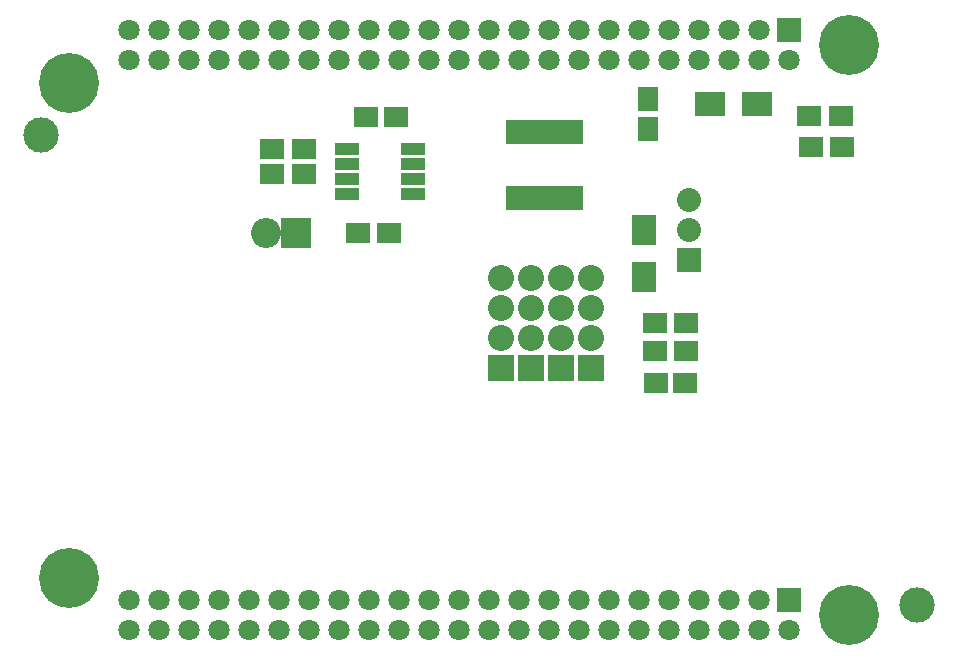
<source format=gbr>
G04 #@! TF.FileFunction,Soldermask,Top*
%FSLAX46Y46*%
G04 Gerber Fmt 4.6, Leading zero omitted, Abs format (unit mm)*
G04 Created by KiCad (PCBNEW (after 2015-mar-04 BZR unknown)-product) date 6/8/2017 9:50:04 AM*
%MOMM*%
G01*
G04 APERTURE LIST*
%ADD10C,0.150000*%
%ADD11R,2.032000X2.032000*%
%ADD12C,2.032000*%
%ADD13C,3.000000*%
%ADD14R,2.159000X1.107440*%
%ADD15C,5.080000*%
%ADD16R,2.159000X2.159000*%
%ADD17C,1.808480*%
%ADD18R,2.540000X2.540000*%
%ADD19O,2.540000X2.540000*%
%ADD20R,2.008000X1.808000*%
%ADD21R,1.758000X2.008000*%
%ADD22R,2.008000X1.758000*%
%ADD23R,2.108000X2.508000*%
%ADD24R,2.508000X2.108000*%
%ADD25R,2.208000X2.208000*%
%ADD26O,2.208000X2.208000*%
%ADD27R,0.758000X2.058000*%
G04 APERTURE END LIST*
D10*
D11*
X58166000Y-21336000D03*
D12*
X58166000Y-18796000D03*
X58166000Y-16256000D03*
D13*
X77470000Y-50546000D03*
X3302000Y-10795000D03*
D14*
X29210000Y-15748000D03*
X34798000Y-15748000D03*
X29210000Y-14478000D03*
X29210000Y-13208000D03*
X29210000Y-11938000D03*
X34798000Y-14478000D03*
X34798000Y-13208000D03*
X34798000Y-11938000D03*
D15*
X5715000Y-6350000D03*
X71755000Y-3175000D03*
X71755000Y-51435000D03*
X5715000Y-48260000D03*
D16*
X66675000Y-1905000D03*
D17*
X66675000Y-4445000D03*
X64135000Y-1905000D03*
X64135000Y-4445000D03*
X61595000Y-1905000D03*
X61595000Y-4445000D03*
X59055000Y-1905000D03*
X59055000Y-4445000D03*
X56515000Y-1905000D03*
X56515000Y-4445000D03*
X53975000Y-1905000D03*
X53975000Y-4445000D03*
X51435000Y-1905000D03*
X51435000Y-4445000D03*
X48895000Y-1905000D03*
X48895000Y-4445000D03*
X46355000Y-1905000D03*
X46355000Y-4445000D03*
X43815000Y-1905000D03*
X43815000Y-4445000D03*
X41275000Y-1905000D03*
X41275000Y-4445000D03*
X38735000Y-1905000D03*
X38735000Y-4445000D03*
X36195000Y-1905000D03*
X36195000Y-4445000D03*
X33655000Y-1905000D03*
X33655000Y-4445000D03*
X31115000Y-1905000D03*
X31115000Y-4445000D03*
X28575000Y-1905000D03*
X28575000Y-4445000D03*
X26035000Y-1905000D03*
X26035000Y-4445000D03*
X23495000Y-1905000D03*
X23495000Y-4445000D03*
X20955000Y-1905000D03*
X20955000Y-4445000D03*
X18415000Y-1905000D03*
X18415000Y-4445000D03*
X15875000Y-1905000D03*
X15875000Y-4445000D03*
X13335000Y-1905000D03*
X13335000Y-4445000D03*
X10795000Y-1905000D03*
X10795000Y-4445000D03*
D16*
X66675000Y-50165000D03*
D17*
X66675000Y-52705000D03*
X64135000Y-50165000D03*
X64135000Y-52705000D03*
X61595000Y-50165000D03*
X61595000Y-52705000D03*
X59055000Y-50165000D03*
X59055000Y-52705000D03*
X56515000Y-50165000D03*
X56515000Y-52705000D03*
X53975000Y-50165000D03*
X53975000Y-52705000D03*
X51435000Y-50165000D03*
X51435000Y-52705000D03*
X48895000Y-50165000D03*
X48895000Y-52705000D03*
X46355000Y-50165000D03*
X46355000Y-52705000D03*
X43815000Y-50165000D03*
X43815000Y-52705000D03*
X41275000Y-50165000D03*
X41275000Y-52705000D03*
X38735000Y-50165000D03*
X38735000Y-52705000D03*
X36195000Y-50165000D03*
X36195000Y-52705000D03*
X33655000Y-50165000D03*
X33655000Y-52705000D03*
X31115000Y-50165000D03*
X31115000Y-52705000D03*
X28575000Y-50165000D03*
X28575000Y-52705000D03*
X26035000Y-50165000D03*
X26035000Y-52705000D03*
X23495000Y-50165000D03*
X23495000Y-52705000D03*
X20955000Y-50165000D03*
X20955000Y-52705000D03*
X18415000Y-50165000D03*
X18415000Y-52705000D03*
X15875000Y-50165000D03*
X15875000Y-52705000D03*
X13335000Y-50165000D03*
X13335000Y-52705000D03*
X10795000Y-50165000D03*
X10795000Y-52705000D03*
D18*
X24892000Y-19050000D03*
D19*
X22352000Y-19050000D03*
D20*
X68373000Y-9144000D03*
X71073000Y-9144000D03*
X57992000Y-26670000D03*
X55292000Y-26670000D03*
X32846000Y-19050000D03*
X30146000Y-19050000D03*
X22907000Y-14097000D03*
X25607000Y-14097000D03*
X22907000Y-11938000D03*
X25607000Y-11938000D03*
D21*
X54737000Y-10267000D03*
X54737000Y-7767000D03*
D22*
X30881000Y-9271000D03*
X33381000Y-9271000D03*
D20*
X71200000Y-11811000D03*
X68500000Y-11811000D03*
X55292000Y-29083000D03*
X57992000Y-29083000D03*
D23*
X54356000Y-22828000D03*
X54356000Y-18828000D03*
D24*
X59976000Y-8128000D03*
X63976000Y-8128000D03*
D22*
X55392000Y-31750000D03*
X57892000Y-31750000D03*
D25*
X49911000Y-30480000D03*
D26*
X49911000Y-27940000D03*
X49911000Y-25400000D03*
X49911000Y-22860000D03*
D25*
X47371000Y-30480000D03*
D26*
X47371000Y-27940000D03*
X47371000Y-25400000D03*
X47371000Y-22860000D03*
D25*
X44831000Y-30480000D03*
D26*
X44831000Y-27940000D03*
X44831000Y-25400000D03*
X44831000Y-22860000D03*
D25*
X42291000Y-30480000D03*
D26*
X42291000Y-27940000D03*
X42291000Y-25400000D03*
X42291000Y-22860000D03*
D27*
X43024000Y-16135000D03*
X43699000Y-16135000D03*
X44349000Y-16135000D03*
X44999000Y-16135000D03*
X45649000Y-16135000D03*
X46299000Y-16135000D03*
X46949000Y-16135000D03*
X47599000Y-16135000D03*
X48249000Y-16135000D03*
X48899000Y-16135000D03*
X48899000Y-10535000D03*
X48249000Y-10535000D03*
X47599000Y-10535000D03*
X46949000Y-10535000D03*
X46299000Y-10535000D03*
X45649000Y-10535000D03*
X44999000Y-10535000D03*
X44349000Y-10535000D03*
X43699000Y-10535000D03*
X43049000Y-10535000D03*
M02*

</source>
